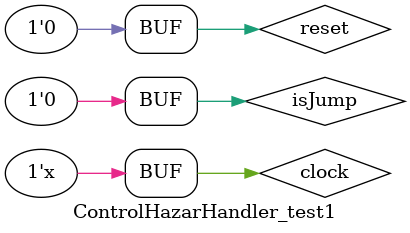
<source format=v>
`timescale 1ns / 1ps


module ControlHazarHandler_test1;

	// Inputs
	reg isJump;
	reg clock;
	reg reset;

	// Outputs
	wire stall_exe;
	wire stall_id;

	// Instantiate the Unit Under Test (UUT)
	ControlHazzardHandler uut (
		.isJump(isJump), 
		.clock(clock), 
		.reset(reset), 
		.stall_exe(stall_exe), 
		.stall_id(stall_id)
	);

	initial begin
		// Initialize Inputs
		isJump = 0;
		clock = 0;
		reset = 0;

		// Wait 100 ns for global reset to finish
		#4;
		reset = 1;
		#4;
		reset = 0;
        
		// Add stimulus here
		#39;
		
		isJump = 1 ;
			
		#20;
		isJump =0;
		#23;
		isJump=1;
		#30;
		isJump=0;
		

	end
	
	always
	begin
		#2;
		clock = ~clock;
	end
      
endmodule


</source>
